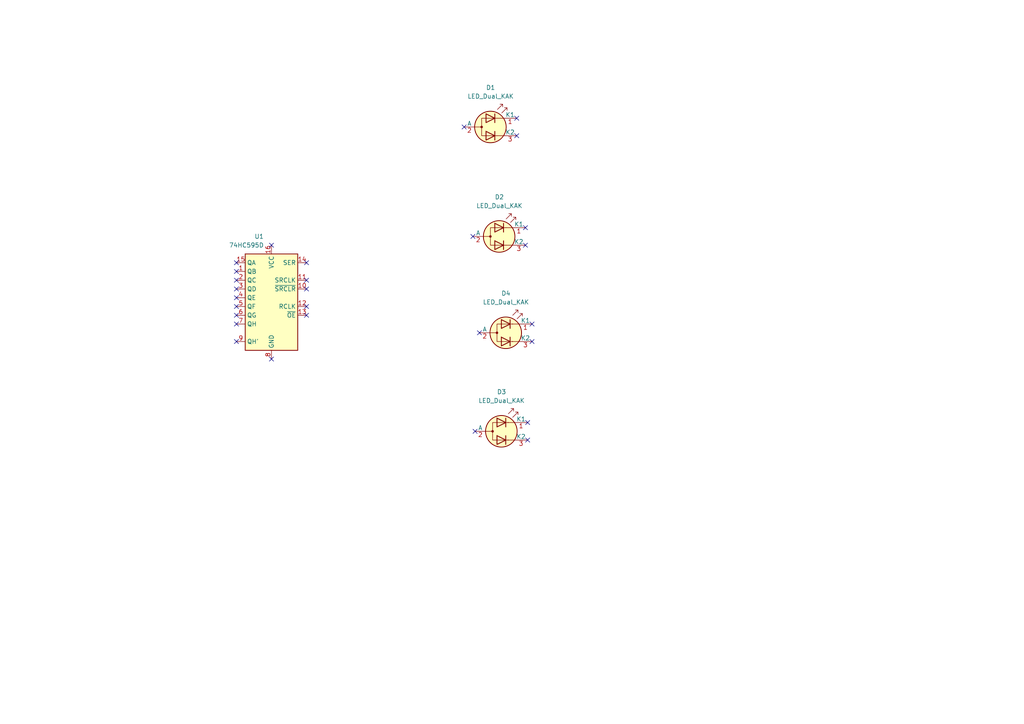
<source format=kicad_sch>
(kicad_sch (version 20230121) (generator eeschema)
  (paper "A4")
  (lib_symbols
    (symbol "74xx:74HC595"
      (property "Reference" "U" (at -7.62 13.97 0))
      (property "Value" "74HC595" (at -7.62 -16.51 0))
      (symbol "74HC595_1_0"
        (pin tri_state line (at 10.16 7.62 180) (length 2.54) (name "QB") (number "1"))
        (pin input line (at -10.16 2.54 0) (length 2.54) (name "~{SRCLR}") (number "10"))
        (pin input line (at -10.16 5.08 0) (length 2.54) (name "SRCLK") (number "11"))
        (pin input line (at -10.16 -2.54 0) (length 2.54) (name "RCLK") (number "12"))
        (pin input line (at -10.16 -5.08 0) (length 2.54) (name "~{OE}") (number "13"))
        (pin input line (at -10.16 10.16 0) (length 2.54) (name "SER") (number "14"))
        (pin tri_state line (at 10.16 10.16 180) (length 2.54) (name "QA") (number "15"))
        (pin power_in line (at 0 15.24 270) (length 2.54) (name "VCC") (number "16"))
        (pin tri_state line (at 10.16 5.08 180) (length 2.54) (name "QC") (number "2"))
        (pin tri_state line (at 10.16 2.54 180) (length 2.54) (name "QD") (number "3"))
        (pin tri_state line (at 10.16 0 180) (length 2.54) (name "QE") (number "4"))
        (pin tri_state line (at 10.16 -2.54 180) (length 2.54) (name "QF") (number "5"))
        (pin tri_state line (at 10.16 -5.08 180) (length 2.54) (name "QG") (number "6"))
        (pin tri_state line (at 10.16 -7.62 180) (length 2.54) (name "QH") (number "7"))
        (pin power_in line (at 0 -17.78 90) (length 2.54) (name "GND") (number "8"))
        (pin output line (at 10.16 -12.7 180) (length 2.54) (name "QH'") (number "9"))
      )
      (symbol "74HC595_1_1"
        (rectangle (start -7.62 12.7) (end 7.62 -15.24) (stroke (width 0.254)) (fill (type background)))
      )
    )
    (symbol "Device:LED_Dual_KAK" (pin_names (offset 0))
      (property "Reference" "D" (at 0 5.715 0))
      (property "Value" "LED_Dual_KAK" (at 0 -6.35 0))
      (symbol "LED_Dual_KAK_0_1"
        (circle (center -2.54 0) (radius 0.2794) (fill (type outline)))
        (polyline (pts (xy -4.572 0) (xy -2.54 0)))
        (polyline (pts (xy 1.27 -1.27) (xy 1.27 -3.81)) (stroke (width 0.254)))
        (polyline (pts (xy 1.27 3.81) (xy 1.27 1.27)) (stroke (width 0.254)))
        (polyline (pts (xy 3.81 -2.54) (xy 1.905 -2.54)))
        (polyline (pts (xy 3.81 2.54) (xy 1.905 2.54)))
        (polyline (pts (xy -1.27 -1.27) (xy -1.27 -3.81) (xy 1.27 -2.54) (xy -1.27 -1.27)) (stroke (width 0.254)))
        (polyline (pts (xy -1.27 3.81) (xy -1.27 1.27) (xy 1.27 2.54) (xy -1.27 3.81)) (stroke (width 0.254)))
        (polyline (pts (xy 2.032 2.54) (xy -2.54 2.54) (xy -2.54 -2.54) (xy 2.032 -2.54)))
        (polyline (pts (xy 2.032 5.08) (xy 3.556 6.604) (xy 2.794 6.604) (xy 3.556 6.604) (xy 3.556 5.842)))
        (polyline (pts (xy 3.302 4.064) (xy 4.826 5.588) (xy 4.064 5.588) (xy 4.826 5.588) (xy 4.826 4.826)))
        (circle (center 0 0) (radius 4.572) (stroke (width 0.254)) (fill (type background)))
      )
      (symbol "LED_Dual_KAK_1_1"
        (pin input line (at 7.62 2.54 180) (length 3.81) (name "K1") (number "1"))
        (pin input line (at -7.62 0 0) (length 3.048) (name "A") (number "2"))
        (pin input line (at 7.62 -2.54 180) (length 3.81) (name "K2") (number "3"))
      )
    )
  )
  (no_connect (at 88.9 81.28))
  (no_connect (at 134.62 36.83))
  (no_connect (at 152.4 71.12))
  (no_connect (at 154.305 99.06))
  (no_connect (at 88.9 83.82))
  (no_connect (at 149.86 39.37))
  (no_connect (at 68.58 91.44))
  (no_connect (at 68.58 76.2))
  (no_connect (at 153.035 122.555))
  (no_connect (at 68.58 88.9))
  (no_connect (at 68.58 78.74))
  (no_connect (at 149.86 34.29))
  (no_connect (at 68.58 86.36))
  (no_connect (at 88.9 76.2))
  (no_connect (at 68.58 81.28))
  (no_connect (at 78.74 71.12))
  (no_connect (at 68.58 93.98))
  (no_connect (at 88.9 88.9))
  (no_connect (at 68.58 99.06))
  (no_connect (at 137.795 125.095))
  (no_connect (at 154.305 93.98))
  (no_connect (at 68.58 83.82))
  (no_connect (at 137.16 68.58))
  (no_connect (at 153.035 127.635))
  (no_connect (at 139.065 96.52))
  (no_connect (at 78.74 104.14))
  (no_connect (at 152.4 66.04))
  (no_connect (at 88.9 91.44))
  (symbol (lib_id "Device:LED_Dual_KAK") (at 142.24 36.83 0) (unit 1)
    (property "Reference" "D1" (at 142.3035 25.4 0))
    (property "Value" "LED_Dual_KAK" (at 142.3035 27.94 0))
    (property "Footprint" "LED_THT:LED_D5.0mm-3" (effects hide))
  )
  (symbol (lib_id "Device:LED_Dual_KAK") (at 146.685 96.52 0) (unit 1)
    (property "Reference" "D4" (at 146.7485 85.09 0))
    (property "Value" "LED_Dual_KAK" (at 146.7485 87.63 0))
    (property "Footprint" "LED_THT:LED_D5.0mm-3" (effects hide))
  )
  (symbol (lib_id "74xx:74HC595") (at 78.74 86.36 0) (mirror y) (unit 1)
    (property "Reference" "U1" (at 76.5459 68.58 0) (effects (justify left)))
    (property "Value" "74HC595D" (at 76.5459 71.12 0) (effects (justify left)))
    (property "Footprint" "Package_SO:SO-16_3.9x9.9mm_P1.27mm" (effects hide))
    (property "Datasheet" "http://www.ti.com/lit/ds/symlink/sn74hc595.pdf" (effects hide))
    (instances (project "isouart4" (path "" (reference "U1") (unit 1)) (path "" (reference "U1") (unit 1)) (path "" (reference "U5") (unit 1))))
  )
  (symbol (lib_id "Device:LED_Dual_KAK") (at 144.78 68.58 0) (unit 1)
    (property "Reference" "D2" (at 144.8435 57.15 0))
    (property "Value" "LED_Dual_KAK" (at 144.8435 59.69 0))
    (property "Footprint" "LED_THT:LED_D5.0mm-3" (effects hide))
  )
  (symbol (lib_id "Device:LED_Dual_KAK") (at 145.415 125.095 0) (unit 1)
    (property "Reference" "D3" (at 145.4785 113.665 0))
    (property "Value" "LED_Dual_KAK" (at 145.4785 116.205 0))
    (property "Footprint" "LED_THT:LED_D5.0mm-3" (effects hide))
  )
)
</source>
